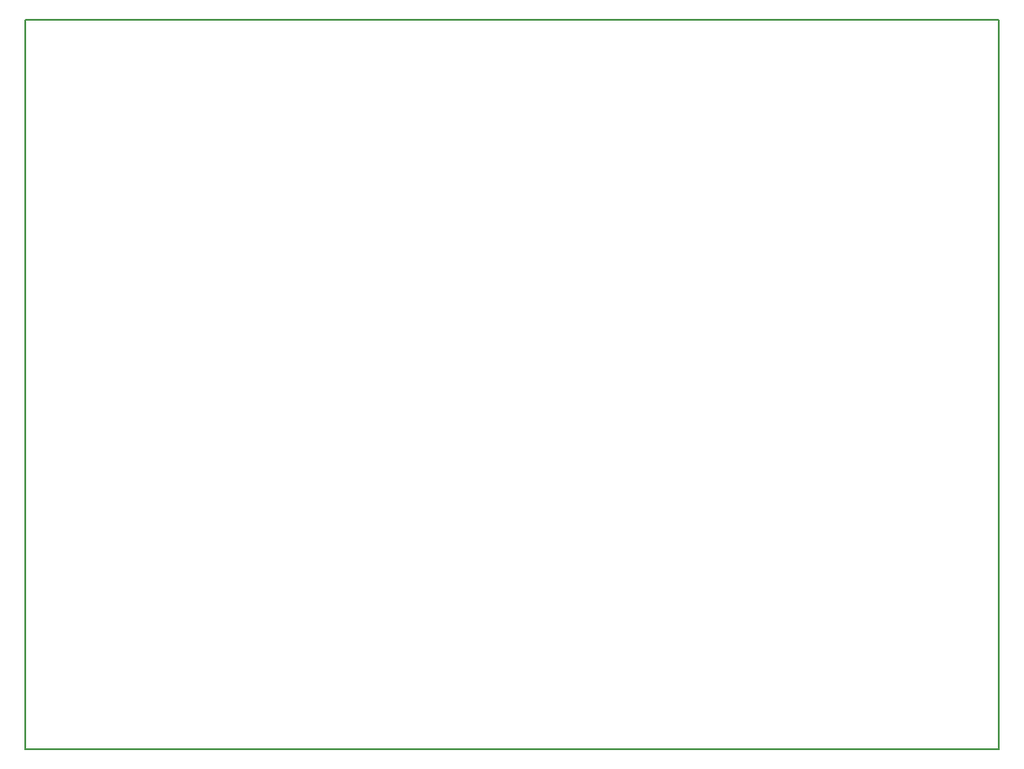
<source format=gbr>
G04 #@! TF.GenerationSoftware,KiCad,Pcbnew,(5.0.1)-rc2*
G04 #@! TF.CreationDate,2019-02-18T01:36:53-05:00*
G04 #@! TF.ProjectId,mfos_power,6D666F735F706F7765722E6B69636164,rev?*
G04 #@! TF.SameCoordinates,Original*
G04 #@! TF.FileFunction,Profile,NP*
%FSLAX46Y46*%
G04 Gerber Fmt 4.6, Leading zero omitted, Abs format (unit mm)*
G04 Created by KiCad (PCBNEW (5.0.1)-rc2) date 2/18/2019 1:36:53 AM*
%MOMM*%
%LPD*%
G01*
G04 APERTURE LIST*
%ADD10C,0.200000*%
G04 APERTURE END LIST*
D10*
X88254840Y-106817160D02*
X88254840Y-38186360D01*
X179710080Y-106817160D02*
X88254840Y-106817160D01*
X179710080Y-38160960D02*
X179710080Y-106817160D01*
X88270080Y-38160960D02*
X179710080Y-38160960D01*
M02*

</source>
